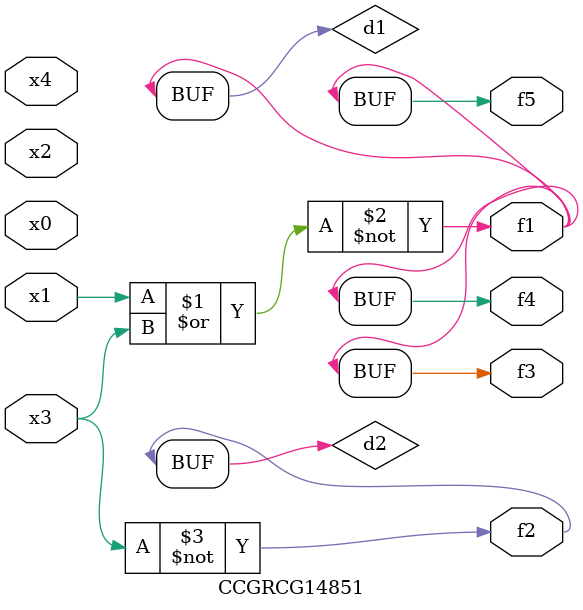
<source format=v>
module CCGRCG14851(
	input x0, x1, x2, x3, x4,
	output f1, f2, f3, f4, f5
);

	wire d1, d2;

	nor (d1, x1, x3);
	not (d2, x3);
	assign f1 = d1;
	assign f2 = d2;
	assign f3 = d1;
	assign f4 = d1;
	assign f5 = d1;
endmodule

</source>
